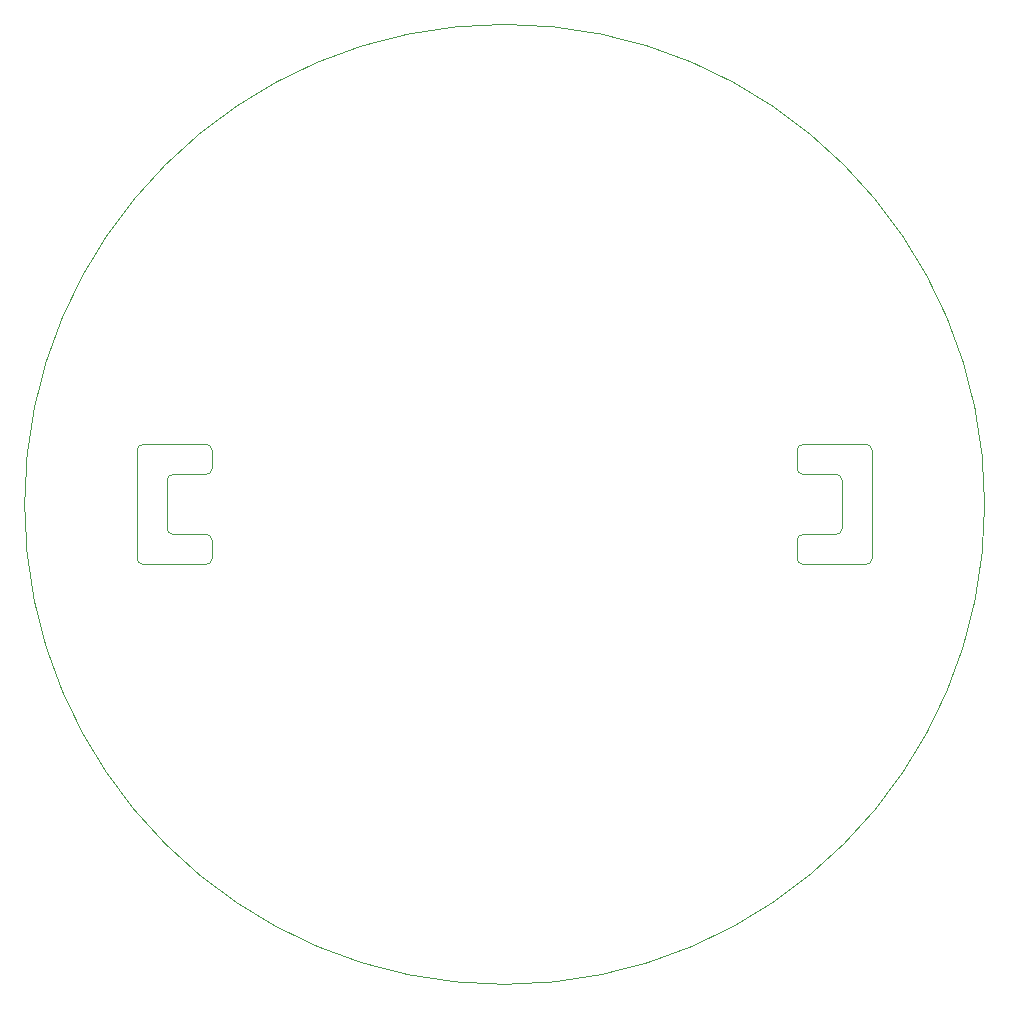
<source format=gm1>
G04 #@! TF.GenerationSoftware,KiCad,Pcbnew,7.0.9*
G04 #@! TF.CreationDate,2023-12-01T15:39:21+01:00*
G04 #@! TF.ProjectId,christmas,63687269-7374-46d6-9173-2e6b69636164,rev?*
G04 #@! TF.SameCoordinates,Original*
G04 #@! TF.FileFunction,Profile,NP*
%FSLAX46Y46*%
G04 Gerber Fmt 4.6, Leading zero omitted, Abs format (unit mm)*
G04 Created by KiCad (PCBNEW 7.0.9) date 2023-12-01 15:39:21*
%MOMM*%
%LPD*%
G01*
G04 APERTURE LIST*
G04 #@! TA.AperFunction,Profile*
%ADD10C,0.100000*%
G04 #@! TD*
G04 APERTURE END LIST*
D10*
X177665000Y-104140000D02*
G75*
G03*
X177165000Y-104640000I0J-500000D01*
G01*
X183015000Y-106680000D02*
G75*
G03*
X183515000Y-106180000I0J500000D01*
G01*
X180475000Y-104140000D02*
G75*
G03*
X180975000Y-103640000I0J500000D01*
G01*
X127135000Y-106680000D02*
X121785000Y-106680000D01*
X183515000Y-97020000D02*
G75*
G03*
X183015000Y-96520000I-500000J0D01*
G01*
X177665000Y-96520000D02*
X183015000Y-96520000D01*
X121285000Y-106180000D02*
X121285000Y-97020000D01*
X180475000Y-99060000D02*
X177665000Y-99060000D01*
X124325000Y-99060000D02*
G75*
G03*
X123825000Y-99560000I0J-500000D01*
G01*
X177165000Y-106180000D02*
G75*
G03*
X177665000Y-106680000I500000J0D01*
G01*
X180975000Y-99560000D02*
G75*
G03*
X180475000Y-99060000I-500000J0D01*
G01*
X127635000Y-97020000D02*
G75*
G03*
X127135000Y-96520000I-500000J0D01*
G01*
X121785000Y-96520000D02*
X127135000Y-96520000D01*
X177165000Y-98560000D02*
G75*
G03*
X177665000Y-99060000I500000J0D01*
G01*
X127635000Y-104640000D02*
X127635000Y-106180000D01*
X183515000Y-97020000D02*
X183515000Y-106180000D01*
X123825000Y-99560000D02*
X123825000Y-103640000D01*
X177165000Y-98560000D02*
X177165000Y-97020000D01*
X180975000Y-103640000D02*
X180975000Y-99560000D01*
X127635000Y-104640000D02*
G75*
G03*
X127135000Y-104140000I-500000J0D01*
G01*
X127135000Y-99060000D02*
G75*
G03*
X127635000Y-98560000I0J500000D01*
G01*
X123825000Y-103640000D02*
G75*
G03*
X124325000Y-104140000I500000J0D01*
G01*
X193040000Y-101600000D02*
G75*
G03*
X193040000Y-101600000I-40640000J0D01*
G01*
X121785000Y-96520000D02*
G75*
G03*
X121285000Y-97020000I0J-500000D01*
G01*
X177165000Y-106180000D02*
X177165000Y-104640000D01*
X127135000Y-99060000D02*
X124325000Y-99060000D01*
X124325000Y-104140000D02*
X127135000Y-104140000D01*
X127135000Y-106680000D02*
G75*
G03*
X127635000Y-106180000I0J500000D01*
G01*
X121285000Y-106180000D02*
G75*
G03*
X121785000Y-106680000I500000J0D01*
G01*
X127635000Y-97020000D02*
X127635000Y-98560000D01*
X183015000Y-106680000D02*
X177665000Y-106680000D01*
X177665000Y-104140000D02*
X180475000Y-104140000D01*
X177665000Y-96520000D02*
G75*
G03*
X177165000Y-97020000I0J-500000D01*
G01*
M02*

</source>
